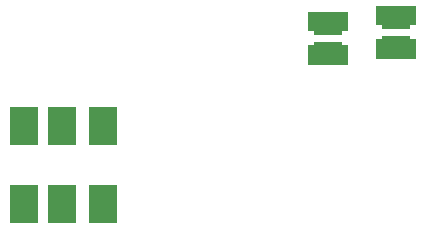
<source format=gbr>
G04 #@! TF.FileFunction,Soldermask,Top*
%FSLAX46Y46*%
G04 Gerber Fmt 4.6, Leading zero omitted, Abs format (unit mm)*
G04 Created by KiCad (PCBNEW 4.0.7-e2-6376~58~ubuntu16.04.1) date Fri Oct 19 14:23:41 2018*
%MOMM*%
%LPD*%
G01*
G04 APERTURE LIST*
%ADD10C,0.100000*%
%ADD11R,2.400000X3.250000*%
%ADD12R,1.000000X0.900000*%
%ADD13R,3.400000X1.200000*%
%ADD14R,2.400000X1.000000*%
G04 APERTURE END LIST*
D10*
D11*
X64300000Y-49175000D03*
X67500000Y-49175000D03*
X71000000Y-49175000D03*
X64300000Y-55825000D03*
X67500000Y-55825000D03*
X71000000Y-55825000D03*
D12*
X96950000Y-40250000D03*
X94550000Y-40250000D03*
D13*
X95750000Y-39600000D03*
D14*
X95800000Y-40450000D03*
X95750000Y-42050000D03*
D13*
X95750000Y-42900000D03*
D12*
X94550000Y-42250000D03*
X96950000Y-42250000D03*
X91200000Y-40750000D03*
X88800000Y-40750000D03*
D13*
X90000000Y-40100000D03*
D14*
X90050000Y-40950000D03*
X90000000Y-42550000D03*
D13*
X90000000Y-43400000D03*
D12*
X88800000Y-42750000D03*
X91200000Y-42750000D03*
M02*

</source>
